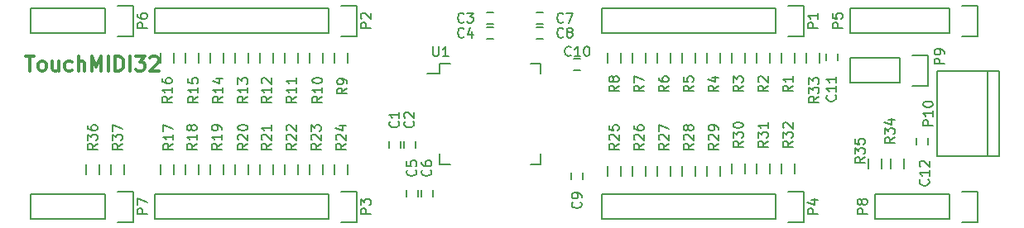
<source format=gbr>
G04 #@! TF.FileFunction,Legend,Top*
%FSLAX46Y46*%
G04 Gerber Fmt 4.6, Leading zero omitted, Abs format (unit mm)*
G04 Created by KiCad (PCBNEW 4.0.1-stable) date 2017年02月15日水曜日 20:21:17*
%MOMM*%
G01*
G04 APERTURE LIST*
%ADD10C,0.100000*%
%ADD11C,0.300000*%
%ADD12C,0.150000*%
G04 APERTURE END LIST*
D10*
D11*
X97282857Y-88078571D02*
X98140000Y-88078571D01*
X97711429Y-89578571D02*
X97711429Y-88078571D01*
X98854286Y-89578571D02*
X98711428Y-89507143D01*
X98640000Y-89435714D01*
X98568571Y-89292857D01*
X98568571Y-88864286D01*
X98640000Y-88721429D01*
X98711428Y-88650000D01*
X98854286Y-88578571D01*
X99068571Y-88578571D01*
X99211428Y-88650000D01*
X99282857Y-88721429D01*
X99354286Y-88864286D01*
X99354286Y-89292857D01*
X99282857Y-89435714D01*
X99211428Y-89507143D01*
X99068571Y-89578571D01*
X98854286Y-89578571D01*
X100640000Y-88578571D02*
X100640000Y-89578571D01*
X99997143Y-88578571D02*
X99997143Y-89364286D01*
X100068571Y-89507143D01*
X100211429Y-89578571D01*
X100425714Y-89578571D01*
X100568571Y-89507143D01*
X100640000Y-89435714D01*
X101997143Y-89507143D02*
X101854286Y-89578571D01*
X101568572Y-89578571D01*
X101425714Y-89507143D01*
X101354286Y-89435714D01*
X101282857Y-89292857D01*
X101282857Y-88864286D01*
X101354286Y-88721429D01*
X101425714Y-88650000D01*
X101568572Y-88578571D01*
X101854286Y-88578571D01*
X101997143Y-88650000D01*
X102640000Y-89578571D02*
X102640000Y-88078571D01*
X103282857Y-89578571D02*
X103282857Y-88792857D01*
X103211428Y-88650000D01*
X103068571Y-88578571D01*
X102854286Y-88578571D01*
X102711428Y-88650000D01*
X102640000Y-88721429D01*
X103997143Y-89578571D02*
X103997143Y-88078571D01*
X104497143Y-89150000D01*
X104997143Y-88078571D01*
X104997143Y-89578571D01*
X105711429Y-89578571D02*
X105711429Y-88078571D01*
X106425715Y-89578571D02*
X106425715Y-88078571D01*
X106782858Y-88078571D01*
X106997143Y-88150000D01*
X107140001Y-88292857D01*
X107211429Y-88435714D01*
X107282858Y-88721429D01*
X107282858Y-88935714D01*
X107211429Y-89221429D01*
X107140001Y-89364286D01*
X106997143Y-89507143D01*
X106782858Y-89578571D01*
X106425715Y-89578571D01*
X107925715Y-89578571D02*
X107925715Y-88078571D01*
X108497144Y-88078571D02*
X109425715Y-88078571D01*
X108925715Y-88650000D01*
X109140001Y-88650000D01*
X109282858Y-88721429D01*
X109354287Y-88792857D01*
X109425715Y-88935714D01*
X109425715Y-89292857D01*
X109354287Y-89435714D01*
X109282858Y-89507143D01*
X109140001Y-89578571D01*
X108711429Y-89578571D01*
X108568572Y-89507143D01*
X108497144Y-89435714D01*
X109997143Y-88221429D02*
X110068572Y-88150000D01*
X110211429Y-88078571D01*
X110568572Y-88078571D01*
X110711429Y-88150000D01*
X110782858Y-88221429D01*
X110854286Y-88364286D01*
X110854286Y-88507143D01*
X110782858Y-88721429D01*
X109925715Y-89578571D01*
X110854286Y-89578571D01*
D12*
X134401000Y-97505000D02*
X134401000Y-96805000D01*
X135601000Y-96805000D02*
X135601000Y-97505000D01*
X135925000Y-97505000D02*
X135925000Y-96805000D01*
X137125000Y-96805000D02*
X137125000Y-97505000D01*
X145130000Y-84801000D02*
X144430000Y-84801000D01*
X144430000Y-83601000D02*
X145130000Y-83601000D01*
X145130000Y-86325000D02*
X144430000Y-86325000D01*
X144430000Y-85125000D02*
X145130000Y-85125000D01*
X136179000Y-102458000D02*
X136179000Y-101758000D01*
X137379000Y-101758000D02*
X137379000Y-102458000D01*
X137703000Y-102458000D02*
X137703000Y-101758000D01*
X138903000Y-101758000D02*
X138903000Y-102458000D01*
X149510000Y-83601000D02*
X150210000Y-83601000D01*
X150210000Y-84801000D02*
X149510000Y-84801000D01*
X149510000Y-85125000D02*
X150210000Y-85125000D01*
X150210000Y-86325000D02*
X149510000Y-86325000D01*
X154270000Y-99980000D02*
X154270000Y-100680000D01*
X153070000Y-100680000D02*
X153070000Y-99980000D01*
X153320000Y-88300000D02*
X154020000Y-88300000D01*
X154020000Y-89500000D02*
X153320000Y-89500000D01*
X180305000Y-87788000D02*
X180305000Y-88488000D01*
X179105000Y-88488000D02*
X179105000Y-87788000D01*
X189576000Y-96424000D02*
X189576000Y-97124000D01*
X188376000Y-97124000D02*
X188376000Y-96424000D01*
X173990000Y-85725000D02*
X156210000Y-85725000D01*
X156210000Y-85725000D02*
X156210000Y-83185000D01*
X156210000Y-83185000D02*
X173990000Y-83185000D01*
X176810000Y-86005000D02*
X175260000Y-86005000D01*
X173990000Y-85725000D02*
X173990000Y-83185000D01*
X175260000Y-82905000D02*
X176810000Y-82905000D01*
X176810000Y-82905000D02*
X176810000Y-86005000D01*
X128270000Y-85725000D02*
X110490000Y-85725000D01*
X110490000Y-85725000D02*
X110490000Y-83185000D01*
X110490000Y-83185000D02*
X128270000Y-83185000D01*
X131090000Y-86005000D02*
X129540000Y-86005000D01*
X128270000Y-85725000D02*
X128270000Y-83185000D01*
X129540000Y-82905000D02*
X131090000Y-82905000D01*
X131090000Y-82905000D02*
X131090000Y-86005000D01*
X128270000Y-104775000D02*
X110490000Y-104775000D01*
X110490000Y-104775000D02*
X110490000Y-102235000D01*
X110490000Y-102235000D02*
X128270000Y-102235000D01*
X131090000Y-105055000D02*
X129540000Y-105055000D01*
X128270000Y-104775000D02*
X128270000Y-102235000D01*
X129540000Y-101955000D02*
X131090000Y-101955000D01*
X131090000Y-101955000D02*
X131090000Y-105055000D01*
X173990000Y-104775000D02*
X156210000Y-104775000D01*
X156210000Y-104775000D02*
X156210000Y-102235000D01*
X156210000Y-102235000D02*
X173990000Y-102235000D01*
X176810000Y-105055000D02*
X175260000Y-105055000D01*
X173990000Y-104775000D02*
X173990000Y-102235000D01*
X175260000Y-101955000D02*
X176810000Y-101955000D01*
X176810000Y-101955000D02*
X176810000Y-105055000D01*
X193040000Y-82905000D02*
X194590000Y-82905000D01*
X194590000Y-82905000D02*
X194590000Y-86005000D01*
X194590000Y-86005000D02*
X193040000Y-86005000D01*
X191770000Y-85725000D02*
X181610000Y-85725000D01*
X181610000Y-85725000D02*
X181610000Y-83185000D01*
X181610000Y-83185000D02*
X191770000Y-83185000D01*
X191770000Y-85725000D02*
X191770000Y-83185000D01*
X105410000Y-83185000D02*
X97790000Y-83185000D01*
X105410000Y-85725000D02*
X97790000Y-85725000D01*
X108230000Y-86005000D02*
X106680000Y-86005000D01*
X97790000Y-83185000D02*
X97790000Y-85725000D01*
X105410000Y-85725000D02*
X105410000Y-83185000D01*
X106680000Y-82905000D02*
X108230000Y-82905000D01*
X108230000Y-82905000D02*
X108230000Y-86005000D01*
X105410000Y-102235000D02*
X97790000Y-102235000D01*
X105410000Y-104775000D02*
X97790000Y-104775000D01*
X108230000Y-105055000D02*
X106680000Y-105055000D01*
X97790000Y-102235000D02*
X97790000Y-104775000D01*
X105410000Y-104775000D02*
X105410000Y-102235000D01*
X106680000Y-101955000D02*
X108230000Y-101955000D01*
X108230000Y-101955000D02*
X108230000Y-105055000D01*
X191770000Y-102235000D02*
X184150000Y-102235000D01*
X191770000Y-104775000D02*
X184150000Y-104775000D01*
X194590000Y-105055000D02*
X193040000Y-105055000D01*
X184150000Y-102235000D02*
X184150000Y-104775000D01*
X191770000Y-104775000D02*
X191770000Y-102235000D01*
X193040000Y-101955000D02*
X194590000Y-101955000D01*
X194590000Y-101955000D02*
X194590000Y-105055000D01*
X186690000Y-88265000D02*
X181610000Y-88265000D01*
X181610000Y-88265000D02*
X181610000Y-90805000D01*
X181610000Y-90805000D02*
X186690000Y-90805000D01*
X189510000Y-91085000D02*
X187960000Y-91085000D01*
X186690000Y-90805000D02*
X186690000Y-88265000D01*
X187960000Y-87985000D02*
X189510000Y-87985000D01*
X189510000Y-87985000D02*
X189510000Y-91085000D01*
X196857460Y-98330900D02*
X196857460Y-89630900D01*
X190452460Y-98330900D02*
X190452460Y-89630900D01*
X190452460Y-89630900D02*
X196857460Y-89630900D01*
X195627460Y-89630900D02*
X195627460Y-98330900D01*
X196857460Y-98330900D02*
X190452460Y-98330900D01*
X174585000Y-88765000D02*
X174585000Y-87765000D01*
X175935000Y-87765000D02*
X175935000Y-88765000D01*
X172045000Y-88765000D02*
X172045000Y-87765000D01*
X173395000Y-87765000D02*
X173395000Y-88765000D01*
X169505000Y-88765000D02*
X169505000Y-87765000D01*
X170855000Y-87765000D02*
X170855000Y-88765000D01*
X166965000Y-88765000D02*
X166965000Y-87765000D01*
X168315000Y-87765000D02*
X168315000Y-88765000D01*
X164425000Y-88765000D02*
X164425000Y-87765000D01*
X165775000Y-87765000D02*
X165775000Y-88765000D01*
X161885000Y-88765000D02*
X161885000Y-87765000D01*
X163235000Y-87765000D02*
X163235000Y-88765000D01*
X159345000Y-88765000D02*
X159345000Y-87765000D01*
X160695000Y-87765000D02*
X160695000Y-88765000D01*
X156805000Y-88765000D02*
X156805000Y-87765000D01*
X158155000Y-87765000D02*
X158155000Y-88765000D01*
X130215000Y-87765000D02*
X130215000Y-88765000D01*
X128865000Y-88765000D02*
X128865000Y-87765000D01*
X127675000Y-87765000D02*
X127675000Y-88765000D01*
X126325000Y-88765000D02*
X126325000Y-87765000D01*
X125135000Y-87765000D02*
X125135000Y-88765000D01*
X123785000Y-88765000D02*
X123785000Y-87765000D01*
X122595000Y-87765000D02*
X122595000Y-88765000D01*
X121245000Y-88765000D02*
X121245000Y-87765000D01*
X120055000Y-87765000D02*
X120055000Y-88765000D01*
X118705000Y-88765000D02*
X118705000Y-87765000D01*
X117515000Y-87765000D02*
X117515000Y-88765000D01*
X116165000Y-88765000D02*
X116165000Y-87765000D01*
X114975000Y-87765000D02*
X114975000Y-88765000D01*
X113625000Y-88765000D02*
X113625000Y-87765000D01*
X112435000Y-87765000D02*
X112435000Y-88765000D01*
X111085000Y-88765000D02*
X111085000Y-87765000D01*
X111085000Y-100195000D02*
X111085000Y-99195000D01*
X112435000Y-99195000D02*
X112435000Y-100195000D01*
X113625000Y-100195000D02*
X113625000Y-99195000D01*
X114975000Y-99195000D02*
X114975000Y-100195000D01*
X116165000Y-100195000D02*
X116165000Y-99195000D01*
X117515000Y-99195000D02*
X117515000Y-100195000D01*
X118705000Y-100195000D02*
X118705000Y-99195000D01*
X120055000Y-99195000D02*
X120055000Y-100195000D01*
X121245000Y-100195000D02*
X121245000Y-99195000D01*
X122595000Y-99195000D02*
X122595000Y-100195000D01*
X123785000Y-100195000D02*
X123785000Y-99195000D01*
X125135000Y-99195000D02*
X125135000Y-100195000D01*
X126325000Y-100195000D02*
X126325000Y-99195000D01*
X127675000Y-99195000D02*
X127675000Y-100195000D01*
X128865000Y-100195000D02*
X128865000Y-99195000D01*
X130215000Y-99195000D02*
X130215000Y-100195000D01*
X156805000Y-100322000D02*
X156805000Y-99322000D01*
X158155000Y-99322000D02*
X158155000Y-100322000D01*
X159345000Y-100322000D02*
X159345000Y-99322000D01*
X160695000Y-99322000D02*
X160695000Y-100322000D01*
X161885000Y-100322000D02*
X161885000Y-99322000D01*
X163235000Y-99322000D02*
X163235000Y-100322000D01*
X164425000Y-100322000D02*
X164425000Y-99322000D01*
X165775000Y-99322000D02*
X165775000Y-100322000D01*
X166965000Y-100322000D02*
X166965000Y-99322000D01*
X168315000Y-99322000D02*
X168315000Y-100322000D01*
X169505000Y-100068000D02*
X169505000Y-99068000D01*
X170855000Y-99068000D02*
X170855000Y-100068000D01*
X172045000Y-100068000D02*
X172045000Y-99068000D01*
X173395000Y-99068000D02*
X173395000Y-100068000D01*
X174585000Y-100068000D02*
X174585000Y-99068000D01*
X175935000Y-99068000D02*
X175935000Y-100068000D01*
X178475000Y-87765000D02*
X178475000Y-88765000D01*
X177125000Y-88765000D02*
X177125000Y-87765000D01*
X185761000Y-99560000D02*
X185761000Y-98560000D01*
X187111000Y-98560000D02*
X187111000Y-99560000D01*
X183475000Y-99560000D02*
X183475000Y-98560000D01*
X184825000Y-98560000D02*
X184825000Y-99560000D01*
X139605000Y-88805000D02*
X139605000Y-89855000D01*
X149955000Y-88805000D02*
X149955000Y-89855000D01*
X149955000Y-99155000D02*
X149955000Y-98105000D01*
X139605000Y-99155000D02*
X139605000Y-98105000D01*
X139605000Y-88805000D02*
X140655000Y-88805000D01*
X139605000Y-99155000D02*
X140655000Y-99155000D01*
X149955000Y-99155000D02*
X148905000Y-99155000D01*
X149955000Y-88805000D02*
X148905000Y-88805000D01*
X139605000Y-89855000D02*
X138330000Y-89855000D01*
X103465000Y-100195000D02*
X103465000Y-99195000D01*
X104815000Y-99195000D02*
X104815000Y-100195000D01*
X106005000Y-100195000D02*
X106005000Y-99195000D01*
X107355000Y-99195000D02*
X107355000Y-100195000D01*
X135358143Y-94781666D02*
X135405762Y-94829285D01*
X135453381Y-94972142D01*
X135453381Y-95067380D01*
X135405762Y-95210238D01*
X135310524Y-95305476D01*
X135215286Y-95353095D01*
X135024810Y-95400714D01*
X134881952Y-95400714D01*
X134691476Y-95353095D01*
X134596238Y-95305476D01*
X134501000Y-95210238D01*
X134453381Y-95067380D01*
X134453381Y-94972142D01*
X134501000Y-94829285D01*
X134548619Y-94781666D01*
X135453381Y-93829285D02*
X135453381Y-94400714D01*
X135453381Y-94115000D02*
X134453381Y-94115000D01*
X134596238Y-94210238D01*
X134691476Y-94305476D01*
X134739095Y-94400714D01*
X136882143Y-94781666D02*
X136929762Y-94829285D01*
X136977381Y-94972142D01*
X136977381Y-95067380D01*
X136929762Y-95210238D01*
X136834524Y-95305476D01*
X136739286Y-95353095D01*
X136548810Y-95400714D01*
X136405952Y-95400714D01*
X136215476Y-95353095D01*
X136120238Y-95305476D01*
X136025000Y-95210238D01*
X135977381Y-95067380D01*
X135977381Y-94972142D01*
X136025000Y-94829285D01*
X136072619Y-94781666D01*
X136072619Y-94400714D02*
X136025000Y-94353095D01*
X135977381Y-94257857D01*
X135977381Y-94019761D01*
X136025000Y-93924523D01*
X136072619Y-93876904D01*
X136167857Y-93829285D01*
X136263095Y-93829285D01*
X136405952Y-93876904D01*
X136977381Y-94448333D01*
X136977381Y-93829285D01*
X142073334Y-84558143D02*
X142025715Y-84605762D01*
X141882858Y-84653381D01*
X141787620Y-84653381D01*
X141644762Y-84605762D01*
X141549524Y-84510524D01*
X141501905Y-84415286D01*
X141454286Y-84224810D01*
X141454286Y-84081952D01*
X141501905Y-83891476D01*
X141549524Y-83796238D01*
X141644762Y-83701000D01*
X141787620Y-83653381D01*
X141882858Y-83653381D01*
X142025715Y-83701000D01*
X142073334Y-83748619D01*
X142406667Y-83653381D02*
X143025715Y-83653381D01*
X142692381Y-84034333D01*
X142835239Y-84034333D01*
X142930477Y-84081952D01*
X142978096Y-84129571D01*
X143025715Y-84224810D01*
X143025715Y-84462905D01*
X142978096Y-84558143D01*
X142930477Y-84605762D01*
X142835239Y-84653381D01*
X142549524Y-84653381D01*
X142454286Y-84605762D01*
X142406667Y-84558143D01*
X142073334Y-86082143D02*
X142025715Y-86129762D01*
X141882858Y-86177381D01*
X141787620Y-86177381D01*
X141644762Y-86129762D01*
X141549524Y-86034524D01*
X141501905Y-85939286D01*
X141454286Y-85748810D01*
X141454286Y-85605952D01*
X141501905Y-85415476D01*
X141549524Y-85320238D01*
X141644762Y-85225000D01*
X141787620Y-85177381D01*
X141882858Y-85177381D01*
X142025715Y-85225000D01*
X142073334Y-85272619D01*
X142930477Y-85510714D02*
X142930477Y-86177381D01*
X142692381Y-85129762D02*
X142454286Y-85844048D01*
X143073334Y-85844048D01*
X137136143Y-99734666D02*
X137183762Y-99782285D01*
X137231381Y-99925142D01*
X137231381Y-100020380D01*
X137183762Y-100163238D01*
X137088524Y-100258476D01*
X136993286Y-100306095D01*
X136802810Y-100353714D01*
X136659952Y-100353714D01*
X136469476Y-100306095D01*
X136374238Y-100258476D01*
X136279000Y-100163238D01*
X136231381Y-100020380D01*
X136231381Y-99925142D01*
X136279000Y-99782285D01*
X136326619Y-99734666D01*
X136231381Y-98829904D02*
X136231381Y-99306095D01*
X136707571Y-99353714D01*
X136659952Y-99306095D01*
X136612333Y-99210857D01*
X136612333Y-98972761D01*
X136659952Y-98877523D01*
X136707571Y-98829904D01*
X136802810Y-98782285D01*
X137040905Y-98782285D01*
X137136143Y-98829904D01*
X137183762Y-98877523D01*
X137231381Y-98972761D01*
X137231381Y-99210857D01*
X137183762Y-99306095D01*
X137136143Y-99353714D01*
X138660143Y-99734666D02*
X138707762Y-99782285D01*
X138755381Y-99925142D01*
X138755381Y-100020380D01*
X138707762Y-100163238D01*
X138612524Y-100258476D01*
X138517286Y-100306095D01*
X138326810Y-100353714D01*
X138183952Y-100353714D01*
X137993476Y-100306095D01*
X137898238Y-100258476D01*
X137803000Y-100163238D01*
X137755381Y-100020380D01*
X137755381Y-99925142D01*
X137803000Y-99782285D01*
X137850619Y-99734666D01*
X137755381Y-98877523D02*
X137755381Y-99068000D01*
X137803000Y-99163238D01*
X137850619Y-99210857D01*
X137993476Y-99306095D01*
X138183952Y-99353714D01*
X138564905Y-99353714D01*
X138660143Y-99306095D01*
X138707762Y-99258476D01*
X138755381Y-99163238D01*
X138755381Y-98972761D01*
X138707762Y-98877523D01*
X138660143Y-98829904D01*
X138564905Y-98782285D01*
X138326810Y-98782285D01*
X138231571Y-98829904D01*
X138183952Y-98877523D01*
X138136333Y-98972761D01*
X138136333Y-99163238D01*
X138183952Y-99258476D01*
X138231571Y-99306095D01*
X138326810Y-99353714D01*
X152233334Y-84558143D02*
X152185715Y-84605762D01*
X152042858Y-84653381D01*
X151947620Y-84653381D01*
X151804762Y-84605762D01*
X151709524Y-84510524D01*
X151661905Y-84415286D01*
X151614286Y-84224810D01*
X151614286Y-84081952D01*
X151661905Y-83891476D01*
X151709524Y-83796238D01*
X151804762Y-83701000D01*
X151947620Y-83653381D01*
X152042858Y-83653381D01*
X152185715Y-83701000D01*
X152233334Y-83748619D01*
X152566667Y-83653381D02*
X153233334Y-83653381D01*
X152804762Y-84653381D01*
X152233334Y-86082143D02*
X152185715Y-86129762D01*
X152042858Y-86177381D01*
X151947620Y-86177381D01*
X151804762Y-86129762D01*
X151709524Y-86034524D01*
X151661905Y-85939286D01*
X151614286Y-85748810D01*
X151614286Y-85605952D01*
X151661905Y-85415476D01*
X151709524Y-85320238D01*
X151804762Y-85225000D01*
X151947620Y-85177381D01*
X152042858Y-85177381D01*
X152185715Y-85225000D01*
X152233334Y-85272619D01*
X152804762Y-85605952D02*
X152709524Y-85558333D01*
X152661905Y-85510714D01*
X152614286Y-85415476D01*
X152614286Y-85367857D01*
X152661905Y-85272619D01*
X152709524Y-85225000D01*
X152804762Y-85177381D01*
X152995239Y-85177381D01*
X153090477Y-85225000D01*
X153138096Y-85272619D01*
X153185715Y-85367857D01*
X153185715Y-85415476D01*
X153138096Y-85510714D01*
X153090477Y-85558333D01*
X152995239Y-85605952D01*
X152804762Y-85605952D01*
X152709524Y-85653571D01*
X152661905Y-85701190D01*
X152614286Y-85796429D01*
X152614286Y-85986905D01*
X152661905Y-86082143D01*
X152709524Y-86129762D01*
X152804762Y-86177381D01*
X152995239Y-86177381D01*
X153090477Y-86129762D01*
X153138096Y-86082143D01*
X153185715Y-85986905D01*
X153185715Y-85796429D01*
X153138096Y-85701190D01*
X153090477Y-85653571D01*
X152995239Y-85605952D01*
X154027143Y-103036666D02*
X154074762Y-103084285D01*
X154122381Y-103227142D01*
X154122381Y-103322380D01*
X154074762Y-103465238D01*
X153979524Y-103560476D01*
X153884286Y-103608095D01*
X153693810Y-103655714D01*
X153550952Y-103655714D01*
X153360476Y-103608095D01*
X153265238Y-103560476D01*
X153170000Y-103465238D01*
X153122381Y-103322380D01*
X153122381Y-103227142D01*
X153170000Y-103084285D01*
X153217619Y-103036666D01*
X154122381Y-102560476D02*
X154122381Y-102370000D01*
X154074762Y-102274761D01*
X154027143Y-102227142D01*
X153884286Y-102131904D01*
X153693810Y-102084285D01*
X153312857Y-102084285D01*
X153217619Y-102131904D01*
X153170000Y-102179523D01*
X153122381Y-102274761D01*
X153122381Y-102465238D01*
X153170000Y-102560476D01*
X153217619Y-102608095D01*
X153312857Y-102655714D01*
X153550952Y-102655714D01*
X153646190Y-102608095D01*
X153693810Y-102560476D01*
X153741429Y-102465238D01*
X153741429Y-102274761D01*
X153693810Y-102179523D01*
X153646190Y-102131904D01*
X153550952Y-102084285D01*
X153027143Y-87987143D02*
X152979524Y-88034762D01*
X152836667Y-88082381D01*
X152741429Y-88082381D01*
X152598571Y-88034762D01*
X152503333Y-87939524D01*
X152455714Y-87844286D01*
X152408095Y-87653810D01*
X152408095Y-87510952D01*
X152455714Y-87320476D01*
X152503333Y-87225238D01*
X152598571Y-87130000D01*
X152741429Y-87082381D01*
X152836667Y-87082381D01*
X152979524Y-87130000D01*
X153027143Y-87177619D01*
X153979524Y-88082381D02*
X153408095Y-88082381D01*
X153693809Y-88082381D02*
X153693809Y-87082381D01*
X153598571Y-87225238D01*
X153503333Y-87320476D01*
X153408095Y-87368095D01*
X154598571Y-87082381D02*
X154693810Y-87082381D01*
X154789048Y-87130000D01*
X154836667Y-87177619D01*
X154884286Y-87272857D01*
X154931905Y-87463333D01*
X154931905Y-87701429D01*
X154884286Y-87891905D01*
X154836667Y-87987143D01*
X154789048Y-88034762D01*
X154693810Y-88082381D01*
X154598571Y-88082381D01*
X154503333Y-88034762D01*
X154455714Y-87987143D01*
X154408095Y-87891905D01*
X154360476Y-87701429D01*
X154360476Y-87463333D01*
X154408095Y-87272857D01*
X154455714Y-87177619D01*
X154503333Y-87130000D01*
X154598571Y-87082381D01*
X180062143Y-92082857D02*
X180109762Y-92130476D01*
X180157381Y-92273333D01*
X180157381Y-92368571D01*
X180109762Y-92511429D01*
X180014524Y-92606667D01*
X179919286Y-92654286D01*
X179728810Y-92701905D01*
X179585952Y-92701905D01*
X179395476Y-92654286D01*
X179300238Y-92606667D01*
X179205000Y-92511429D01*
X179157381Y-92368571D01*
X179157381Y-92273333D01*
X179205000Y-92130476D01*
X179252619Y-92082857D01*
X180157381Y-91130476D02*
X180157381Y-91701905D01*
X180157381Y-91416191D02*
X179157381Y-91416191D01*
X179300238Y-91511429D01*
X179395476Y-91606667D01*
X179443095Y-91701905D01*
X180157381Y-90178095D02*
X180157381Y-90749524D01*
X180157381Y-90463810D02*
X179157381Y-90463810D01*
X179300238Y-90559048D01*
X179395476Y-90654286D01*
X179443095Y-90749524D01*
X189587143Y-100718857D02*
X189634762Y-100766476D01*
X189682381Y-100909333D01*
X189682381Y-101004571D01*
X189634762Y-101147429D01*
X189539524Y-101242667D01*
X189444286Y-101290286D01*
X189253810Y-101337905D01*
X189110952Y-101337905D01*
X188920476Y-101290286D01*
X188825238Y-101242667D01*
X188730000Y-101147429D01*
X188682381Y-101004571D01*
X188682381Y-100909333D01*
X188730000Y-100766476D01*
X188777619Y-100718857D01*
X189682381Y-99766476D02*
X189682381Y-100337905D01*
X189682381Y-100052191D02*
X188682381Y-100052191D01*
X188825238Y-100147429D01*
X188920476Y-100242667D01*
X188968095Y-100337905D01*
X188777619Y-99385524D02*
X188730000Y-99337905D01*
X188682381Y-99242667D01*
X188682381Y-99004571D01*
X188730000Y-98909333D01*
X188777619Y-98861714D01*
X188872857Y-98814095D01*
X188968095Y-98814095D01*
X189110952Y-98861714D01*
X189682381Y-99433143D01*
X189682381Y-98814095D01*
X178252381Y-85193095D02*
X177252381Y-85193095D01*
X177252381Y-84812142D01*
X177300000Y-84716904D01*
X177347619Y-84669285D01*
X177442857Y-84621666D01*
X177585714Y-84621666D01*
X177680952Y-84669285D01*
X177728571Y-84716904D01*
X177776190Y-84812142D01*
X177776190Y-85193095D01*
X178252381Y-83669285D02*
X178252381Y-84240714D01*
X178252381Y-83955000D02*
X177252381Y-83955000D01*
X177395238Y-84050238D01*
X177490476Y-84145476D01*
X177538095Y-84240714D01*
X132532381Y-85193095D02*
X131532381Y-85193095D01*
X131532381Y-84812142D01*
X131580000Y-84716904D01*
X131627619Y-84669285D01*
X131722857Y-84621666D01*
X131865714Y-84621666D01*
X131960952Y-84669285D01*
X132008571Y-84716904D01*
X132056190Y-84812142D01*
X132056190Y-85193095D01*
X131627619Y-84240714D02*
X131580000Y-84193095D01*
X131532381Y-84097857D01*
X131532381Y-83859761D01*
X131580000Y-83764523D01*
X131627619Y-83716904D01*
X131722857Y-83669285D01*
X131818095Y-83669285D01*
X131960952Y-83716904D01*
X132532381Y-84288333D01*
X132532381Y-83669285D01*
X132532381Y-104243095D02*
X131532381Y-104243095D01*
X131532381Y-103862142D01*
X131580000Y-103766904D01*
X131627619Y-103719285D01*
X131722857Y-103671666D01*
X131865714Y-103671666D01*
X131960952Y-103719285D01*
X132008571Y-103766904D01*
X132056190Y-103862142D01*
X132056190Y-104243095D01*
X131532381Y-103338333D02*
X131532381Y-102719285D01*
X131913333Y-103052619D01*
X131913333Y-102909761D01*
X131960952Y-102814523D01*
X132008571Y-102766904D01*
X132103810Y-102719285D01*
X132341905Y-102719285D01*
X132437143Y-102766904D01*
X132484762Y-102814523D01*
X132532381Y-102909761D01*
X132532381Y-103195476D01*
X132484762Y-103290714D01*
X132437143Y-103338333D01*
X178252381Y-104243095D02*
X177252381Y-104243095D01*
X177252381Y-103862142D01*
X177300000Y-103766904D01*
X177347619Y-103719285D01*
X177442857Y-103671666D01*
X177585714Y-103671666D01*
X177680952Y-103719285D01*
X177728571Y-103766904D01*
X177776190Y-103862142D01*
X177776190Y-104243095D01*
X177585714Y-102814523D02*
X178252381Y-102814523D01*
X177204762Y-103052619D02*
X177919048Y-103290714D01*
X177919048Y-102671666D01*
X180792381Y-85193095D02*
X179792381Y-85193095D01*
X179792381Y-84812142D01*
X179840000Y-84716904D01*
X179887619Y-84669285D01*
X179982857Y-84621666D01*
X180125714Y-84621666D01*
X180220952Y-84669285D01*
X180268571Y-84716904D01*
X180316190Y-84812142D01*
X180316190Y-85193095D01*
X179792381Y-83716904D02*
X179792381Y-84193095D01*
X180268571Y-84240714D01*
X180220952Y-84193095D01*
X180173333Y-84097857D01*
X180173333Y-83859761D01*
X180220952Y-83764523D01*
X180268571Y-83716904D01*
X180363810Y-83669285D01*
X180601905Y-83669285D01*
X180697143Y-83716904D01*
X180744762Y-83764523D01*
X180792381Y-83859761D01*
X180792381Y-84097857D01*
X180744762Y-84193095D01*
X180697143Y-84240714D01*
X109672381Y-85193095D02*
X108672381Y-85193095D01*
X108672381Y-84812142D01*
X108720000Y-84716904D01*
X108767619Y-84669285D01*
X108862857Y-84621666D01*
X109005714Y-84621666D01*
X109100952Y-84669285D01*
X109148571Y-84716904D01*
X109196190Y-84812142D01*
X109196190Y-85193095D01*
X108672381Y-83764523D02*
X108672381Y-83955000D01*
X108720000Y-84050238D01*
X108767619Y-84097857D01*
X108910476Y-84193095D01*
X109100952Y-84240714D01*
X109481905Y-84240714D01*
X109577143Y-84193095D01*
X109624762Y-84145476D01*
X109672381Y-84050238D01*
X109672381Y-83859761D01*
X109624762Y-83764523D01*
X109577143Y-83716904D01*
X109481905Y-83669285D01*
X109243810Y-83669285D01*
X109148571Y-83716904D01*
X109100952Y-83764523D01*
X109053333Y-83859761D01*
X109053333Y-84050238D01*
X109100952Y-84145476D01*
X109148571Y-84193095D01*
X109243810Y-84240714D01*
X109672381Y-104243095D02*
X108672381Y-104243095D01*
X108672381Y-103862142D01*
X108720000Y-103766904D01*
X108767619Y-103719285D01*
X108862857Y-103671666D01*
X109005714Y-103671666D01*
X109100952Y-103719285D01*
X109148571Y-103766904D01*
X109196190Y-103862142D01*
X109196190Y-104243095D01*
X108672381Y-103338333D02*
X108672381Y-102671666D01*
X109672381Y-103100238D01*
X183332381Y-104243095D02*
X182332381Y-104243095D01*
X182332381Y-103862142D01*
X182380000Y-103766904D01*
X182427619Y-103719285D01*
X182522857Y-103671666D01*
X182665714Y-103671666D01*
X182760952Y-103719285D01*
X182808571Y-103766904D01*
X182856190Y-103862142D01*
X182856190Y-104243095D01*
X182760952Y-103100238D02*
X182713333Y-103195476D01*
X182665714Y-103243095D01*
X182570476Y-103290714D01*
X182522857Y-103290714D01*
X182427619Y-103243095D01*
X182380000Y-103195476D01*
X182332381Y-103100238D01*
X182332381Y-102909761D01*
X182380000Y-102814523D01*
X182427619Y-102766904D01*
X182522857Y-102719285D01*
X182570476Y-102719285D01*
X182665714Y-102766904D01*
X182713333Y-102814523D01*
X182760952Y-102909761D01*
X182760952Y-103100238D01*
X182808571Y-103195476D01*
X182856190Y-103243095D01*
X182951429Y-103290714D01*
X183141905Y-103290714D01*
X183237143Y-103243095D01*
X183284762Y-103195476D01*
X183332381Y-103100238D01*
X183332381Y-102909761D01*
X183284762Y-102814523D01*
X183237143Y-102766904D01*
X183141905Y-102719285D01*
X182951429Y-102719285D01*
X182856190Y-102766904D01*
X182808571Y-102814523D01*
X182760952Y-102909761D01*
X191206381Y-88876095D02*
X190206381Y-88876095D01*
X190206381Y-88495142D01*
X190254000Y-88399904D01*
X190301619Y-88352285D01*
X190396857Y-88304666D01*
X190539714Y-88304666D01*
X190634952Y-88352285D01*
X190682571Y-88399904D01*
X190730190Y-88495142D01*
X190730190Y-88876095D01*
X191206381Y-87828476D02*
X191206381Y-87638000D01*
X191158762Y-87542761D01*
X191111143Y-87495142D01*
X190968286Y-87399904D01*
X190777810Y-87352285D01*
X190396857Y-87352285D01*
X190301619Y-87399904D01*
X190254000Y-87447523D01*
X190206381Y-87542761D01*
X190206381Y-87733238D01*
X190254000Y-87828476D01*
X190301619Y-87876095D01*
X190396857Y-87923714D01*
X190634952Y-87923714D01*
X190730190Y-87876095D01*
X190777810Y-87828476D01*
X190825429Y-87733238D01*
X190825429Y-87542761D01*
X190777810Y-87447523D01*
X190730190Y-87399904D01*
X190634952Y-87352285D01*
X190042381Y-95194286D02*
X189042381Y-95194286D01*
X189042381Y-94813333D01*
X189090000Y-94718095D01*
X189137619Y-94670476D01*
X189232857Y-94622857D01*
X189375714Y-94622857D01*
X189470952Y-94670476D01*
X189518571Y-94718095D01*
X189566190Y-94813333D01*
X189566190Y-95194286D01*
X190042381Y-93670476D02*
X190042381Y-94241905D01*
X190042381Y-93956191D02*
X189042381Y-93956191D01*
X189185238Y-94051429D01*
X189280476Y-94146667D01*
X189328095Y-94241905D01*
X189042381Y-93051429D02*
X189042381Y-92956190D01*
X189090000Y-92860952D01*
X189137619Y-92813333D01*
X189232857Y-92765714D01*
X189423333Y-92718095D01*
X189661429Y-92718095D01*
X189851905Y-92765714D01*
X189947143Y-92813333D01*
X189994762Y-92860952D01*
X190042381Y-92956190D01*
X190042381Y-93051429D01*
X189994762Y-93146667D01*
X189947143Y-93194286D01*
X189851905Y-93241905D01*
X189661429Y-93289524D01*
X189423333Y-93289524D01*
X189232857Y-93241905D01*
X189137619Y-93194286D01*
X189090000Y-93146667D01*
X189042381Y-93051429D01*
X175712381Y-91098666D02*
X175236190Y-91432000D01*
X175712381Y-91670095D02*
X174712381Y-91670095D01*
X174712381Y-91289142D01*
X174760000Y-91193904D01*
X174807619Y-91146285D01*
X174902857Y-91098666D01*
X175045714Y-91098666D01*
X175140952Y-91146285D01*
X175188571Y-91193904D01*
X175236190Y-91289142D01*
X175236190Y-91670095D01*
X175712381Y-90146285D02*
X175712381Y-90717714D01*
X175712381Y-90432000D02*
X174712381Y-90432000D01*
X174855238Y-90527238D01*
X174950476Y-90622476D01*
X174998095Y-90717714D01*
X173172381Y-91098666D02*
X172696190Y-91432000D01*
X173172381Y-91670095D02*
X172172381Y-91670095D01*
X172172381Y-91289142D01*
X172220000Y-91193904D01*
X172267619Y-91146285D01*
X172362857Y-91098666D01*
X172505714Y-91098666D01*
X172600952Y-91146285D01*
X172648571Y-91193904D01*
X172696190Y-91289142D01*
X172696190Y-91670095D01*
X172267619Y-90717714D02*
X172220000Y-90670095D01*
X172172381Y-90574857D01*
X172172381Y-90336761D01*
X172220000Y-90241523D01*
X172267619Y-90193904D01*
X172362857Y-90146285D01*
X172458095Y-90146285D01*
X172600952Y-90193904D01*
X173172381Y-90765333D01*
X173172381Y-90146285D01*
X170632381Y-91098666D02*
X170156190Y-91432000D01*
X170632381Y-91670095D02*
X169632381Y-91670095D01*
X169632381Y-91289142D01*
X169680000Y-91193904D01*
X169727619Y-91146285D01*
X169822857Y-91098666D01*
X169965714Y-91098666D01*
X170060952Y-91146285D01*
X170108571Y-91193904D01*
X170156190Y-91289142D01*
X170156190Y-91670095D01*
X169632381Y-90765333D02*
X169632381Y-90146285D01*
X170013333Y-90479619D01*
X170013333Y-90336761D01*
X170060952Y-90241523D01*
X170108571Y-90193904D01*
X170203810Y-90146285D01*
X170441905Y-90146285D01*
X170537143Y-90193904D01*
X170584762Y-90241523D01*
X170632381Y-90336761D01*
X170632381Y-90622476D01*
X170584762Y-90717714D01*
X170537143Y-90765333D01*
X168092381Y-91098666D02*
X167616190Y-91432000D01*
X168092381Y-91670095D02*
X167092381Y-91670095D01*
X167092381Y-91289142D01*
X167140000Y-91193904D01*
X167187619Y-91146285D01*
X167282857Y-91098666D01*
X167425714Y-91098666D01*
X167520952Y-91146285D01*
X167568571Y-91193904D01*
X167616190Y-91289142D01*
X167616190Y-91670095D01*
X167425714Y-90241523D02*
X168092381Y-90241523D01*
X167044762Y-90479619D02*
X167759048Y-90717714D01*
X167759048Y-90098666D01*
X165552381Y-91098666D02*
X165076190Y-91432000D01*
X165552381Y-91670095D02*
X164552381Y-91670095D01*
X164552381Y-91289142D01*
X164600000Y-91193904D01*
X164647619Y-91146285D01*
X164742857Y-91098666D01*
X164885714Y-91098666D01*
X164980952Y-91146285D01*
X165028571Y-91193904D01*
X165076190Y-91289142D01*
X165076190Y-91670095D01*
X164552381Y-90193904D02*
X164552381Y-90670095D01*
X165028571Y-90717714D01*
X164980952Y-90670095D01*
X164933333Y-90574857D01*
X164933333Y-90336761D01*
X164980952Y-90241523D01*
X165028571Y-90193904D01*
X165123810Y-90146285D01*
X165361905Y-90146285D01*
X165457143Y-90193904D01*
X165504762Y-90241523D01*
X165552381Y-90336761D01*
X165552381Y-90574857D01*
X165504762Y-90670095D01*
X165457143Y-90717714D01*
X163012381Y-91098666D02*
X162536190Y-91432000D01*
X163012381Y-91670095D02*
X162012381Y-91670095D01*
X162012381Y-91289142D01*
X162060000Y-91193904D01*
X162107619Y-91146285D01*
X162202857Y-91098666D01*
X162345714Y-91098666D01*
X162440952Y-91146285D01*
X162488571Y-91193904D01*
X162536190Y-91289142D01*
X162536190Y-91670095D01*
X162012381Y-90241523D02*
X162012381Y-90432000D01*
X162060000Y-90527238D01*
X162107619Y-90574857D01*
X162250476Y-90670095D01*
X162440952Y-90717714D01*
X162821905Y-90717714D01*
X162917143Y-90670095D01*
X162964762Y-90622476D01*
X163012381Y-90527238D01*
X163012381Y-90336761D01*
X162964762Y-90241523D01*
X162917143Y-90193904D01*
X162821905Y-90146285D01*
X162583810Y-90146285D01*
X162488571Y-90193904D01*
X162440952Y-90241523D01*
X162393333Y-90336761D01*
X162393333Y-90527238D01*
X162440952Y-90622476D01*
X162488571Y-90670095D01*
X162583810Y-90717714D01*
X160472381Y-91098666D02*
X159996190Y-91432000D01*
X160472381Y-91670095D02*
X159472381Y-91670095D01*
X159472381Y-91289142D01*
X159520000Y-91193904D01*
X159567619Y-91146285D01*
X159662857Y-91098666D01*
X159805714Y-91098666D01*
X159900952Y-91146285D01*
X159948571Y-91193904D01*
X159996190Y-91289142D01*
X159996190Y-91670095D01*
X159472381Y-90765333D02*
X159472381Y-90098666D01*
X160472381Y-90527238D01*
X157932381Y-91098666D02*
X157456190Y-91432000D01*
X157932381Y-91670095D02*
X156932381Y-91670095D01*
X156932381Y-91289142D01*
X156980000Y-91193904D01*
X157027619Y-91146285D01*
X157122857Y-91098666D01*
X157265714Y-91098666D01*
X157360952Y-91146285D01*
X157408571Y-91193904D01*
X157456190Y-91289142D01*
X157456190Y-91670095D01*
X157360952Y-90527238D02*
X157313333Y-90622476D01*
X157265714Y-90670095D01*
X157170476Y-90717714D01*
X157122857Y-90717714D01*
X157027619Y-90670095D01*
X156980000Y-90622476D01*
X156932381Y-90527238D01*
X156932381Y-90336761D01*
X156980000Y-90241523D01*
X157027619Y-90193904D01*
X157122857Y-90146285D01*
X157170476Y-90146285D01*
X157265714Y-90193904D01*
X157313333Y-90241523D01*
X157360952Y-90336761D01*
X157360952Y-90527238D01*
X157408571Y-90622476D01*
X157456190Y-90670095D01*
X157551429Y-90717714D01*
X157741905Y-90717714D01*
X157837143Y-90670095D01*
X157884762Y-90622476D01*
X157932381Y-90527238D01*
X157932381Y-90336761D01*
X157884762Y-90241523D01*
X157837143Y-90193904D01*
X157741905Y-90146285D01*
X157551429Y-90146285D01*
X157456190Y-90193904D01*
X157408571Y-90241523D01*
X157360952Y-90336761D01*
X130119381Y-91352666D02*
X129643190Y-91686000D01*
X130119381Y-91924095D02*
X129119381Y-91924095D01*
X129119381Y-91543142D01*
X129167000Y-91447904D01*
X129214619Y-91400285D01*
X129309857Y-91352666D01*
X129452714Y-91352666D01*
X129547952Y-91400285D01*
X129595571Y-91447904D01*
X129643190Y-91543142D01*
X129643190Y-91924095D01*
X130119381Y-90876476D02*
X130119381Y-90686000D01*
X130071762Y-90590761D01*
X130024143Y-90543142D01*
X129881286Y-90447904D01*
X129690810Y-90400285D01*
X129309857Y-90400285D01*
X129214619Y-90447904D01*
X129167000Y-90495523D01*
X129119381Y-90590761D01*
X129119381Y-90781238D01*
X129167000Y-90876476D01*
X129214619Y-90924095D01*
X129309857Y-90971714D01*
X129547952Y-90971714D01*
X129643190Y-90924095D01*
X129690810Y-90876476D01*
X129738429Y-90781238D01*
X129738429Y-90590761D01*
X129690810Y-90495523D01*
X129643190Y-90447904D01*
X129547952Y-90400285D01*
X127579381Y-92209857D02*
X127103190Y-92543191D01*
X127579381Y-92781286D02*
X126579381Y-92781286D01*
X126579381Y-92400333D01*
X126627000Y-92305095D01*
X126674619Y-92257476D01*
X126769857Y-92209857D01*
X126912714Y-92209857D01*
X127007952Y-92257476D01*
X127055571Y-92305095D01*
X127103190Y-92400333D01*
X127103190Y-92781286D01*
X127579381Y-91257476D02*
X127579381Y-91828905D01*
X127579381Y-91543191D02*
X126579381Y-91543191D01*
X126722238Y-91638429D01*
X126817476Y-91733667D01*
X126865095Y-91828905D01*
X126579381Y-90638429D02*
X126579381Y-90543190D01*
X126627000Y-90447952D01*
X126674619Y-90400333D01*
X126769857Y-90352714D01*
X126960333Y-90305095D01*
X127198429Y-90305095D01*
X127388905Y-90352714D01*
X127484143Y-90400333D01*
X127531762Y-90447952D01*
X127579381Y-90543190D01*
X127579381Y-90638429D01*
X127531762Y-90733667D01*
X127484143Y-90781286D01*
X127388905Y-90828905D01*
X127198429Y-90876524D01*
X126960333Y-90876524D01*
X126769857Y-90828905D01*
X126674619Y-90781286D01*
X126627000Y-90733667D01*
X126579381Y-90638429D01*
X124912381Y-92209857D02*
X124436190Y-92543191D01*
X124912381Y-92781286D02*
X123912381Y-92781286D01*
X123912381Y-92400333D01*
X123960000Y-92305095D01*
X124007619Y-92257476D01*
X124102857Y-92209857D01*
X124245714Y-92209857D01*
X124340952Y-92257476D01*
X124388571Y-92305095D01*
X124436190Y-92400333D01*
X124436190Y-92781286D01*
X124912381Y-91257476D02*
X124912381Y-91828905D01*
X124912381Y-91543191D02*
X123912381Y-91543191D01*
X124055238Y-91638429D01*
X124150476Y-91733667D01*
X124198095Y-91828905D01*
X124912381Y-90305095D02*
X124912381Y-90876524D01*
X124912381Y-90590810D02*
X123912381Y-90590810D01*
X124055238Y-90686048D01*
X124150476Y-90781286D01*
X124198095Y-90876524D01*
X122372381Y-92209857D02*
X121896190Y-92543191D01*
X122372381Y-92781286D02*
X121372381Y-92781286D01*
X121372381Y-92400333D01*
X121420000Y-92305095D01*
X121467619Y-92257476D01*
X121562857Y-92209857D01*
X121705714Y-92209857D01*
X121800952Y-92257476D01*
X121848571Y-92305095D01*
X121896190Y-92400333D01*
X121896190Y-92781286D01*
X122372381Y-91257476D02*
X122372381Y-91828905D01*
X122372381Y-91543191D02*
X121372381Y-91543191D01*
X121515238Y-91638429D01*
X121610476Y-91733667D01*
X121658095Y-91828905D01*
X121467619Y-90876524D02*
X121420000Y-90828905D01*
X121372381Y-90733667D01*
X121372381Y-90495571D01*
X121420000Y-90400333D01*
X121467619Y-90352714D01*
X121562857Y-90305095D01*
X121658095Y-90305095D01*
X121800952Y-90352714D01*
X122372381Y-90924143D01*
X122372381Y-90305095D01*
X119959381Y-92209857D02*
X119483190Y-92543191D01*
X119959381Y-92781286D02*
X118959381Y-92781286D01*
X118959381Y-92400333D01*
X119007000Y-92305095D01*
X119054619Y-92257476D01*
X119149857Y-92209857D01*
X119292714Y-92209857D01*
X119387952Y-92257476D01*
X119435571Y-92305095D01*
X119483190Y-92400333D01*
X119483190Y-92781286D01*
X119959381Y-91257476D02*
X119959381Y-91828905D01*
X119959381Y-91543191D02*
X118959381Y-91543191D01*
X119102238Y-91638429D01*
X119197476Y-91733667D01*
X119245095Y-91828905D01*
X118959381Y-90924143D02*
X118959381Y-90305095D01*
X119340333Y-90638429D01*
X119340333Y-90495571D01*
X119387952Y-90400333D01*
X119435571Y-90352714D01*
X119530810Y-90305095D01*
X119768905Y-90305095D01*
X119864143Y-90352714D01*
X119911762Y-90400333D01*
X119959381Y-90495571D01*
X119959381Y-90781286D01*
X119911762Y-90876524D01*
X119864143Y-90924143D01*
X117419381Y-92209857D02*
X116943190Y-92543191D01*
X117419381Y-92781286D02*
X116419381Y-92781286D01*
X116419381Y-92400333D01*
X116467000Y-92305095D01*
X116514619Y-92257476D01*
X116609857Y-92209857D01*
X116752714Y-92209857D01*
X116847952Y-92257476D01*
X116895571Y-92305095D01*
X116943190Y-92400333D01*
X116943190Y-92781286D01*
X117419381Y-91257476D02*
X117419381Y-91828905D01*
X117419381Y-91543191D02*
X116419381Y-91543191D01*
X116562238Y-91638429D01*
X116657476Y-91733667D01*
X116705095Y-91828905D01*
X116752714Y-90400333D02*
X117419381Y-90400333D01*
X116371762Y-90638429D02*
X117086048Y-90876524D01*
X117086048Y-90257476D01*
X114879381Y-92209857D02*
X114403190Y-92543191D01*
X114879381Y-92781286D02*
X113879381Y-92781286D01*
X113879381Y-92400333D01*
X113927000Y-92305095D01*
X113974619Y-92257476D01*
X114069857Y-92209857D01*
X114212714Y-92209857D01*
X114307952Y-92257476D01*
X114355571Y-92305095D01*
X114403190Y-92400333D01*
X114403190Y-92781286D01*
X114879381Y-91257476D02*
X114879381Y-91828905D01*
X114879381Y-91543191D02*
X113879381Y-91543191D01*
X114022238Y-91638429D01*
X114117476Y-91733667D01*
X114165095Y-91828905D01*
X113879381Y-90352714D02*
X113879381Y-90828905D01*
X114355571Y-90876524D01*
X114307952Y-90828905D01*
X114260333Y-90733667D01*
X114260333Y-90495571D01*
X114307952Y-90400333D01*
X114355571Y-90352714D01*
X114450810Y-90305095D01*
X114688905Y-90305095D01*
X114784143Y-90352714D01*
X114831762Y-90400333D01*
X114879381Y-90495571D01*
X114879381Y-90733667D01*
X114831762Y-90828905D01*
X114784143Y-90876524D01*
X112212381Y-92209857D02*
X111736190Y-92543191D01*
X112212381Y-92781286D02*
X111212381Y-92781286D01*
X111212381Y-92400333D01*
X111260000Y-92305095D01*
X111307619Y-92257476D01*
X111402857Y-92209857D01*
X111545714Y-92209857D01*
X111640952Y-92257476D01*
X111688571Y-92305095D01*
X111736190Y-92400333D01*
X111736190Y-92781286D01*
X112212381Y-91257476D02*
X112212381Y-91828905D01*
X112212381Y-91543191D02*
X111212381Y-91543191D01*
X111355238Y-91638429D01*
X111450476Y-91733667D01*
X111498095Y-91828905D01*
X111212381Y-90400333D02*
X111212381Y-90590810D01*
X111260000Y-90686048D01*
X111307619Y-90733667D01*
X111450476Y-90828905D01*
X111640952Y-90876524D01*
X112021905Y-90876524D01*
X112117143Y-90828905D01*
X112164762Y-90781286D01*
X112212381Y-90686048D01*
X112212381Y-90495571D01*
X112164762Y-90400333D01*
X112117143Y-90352714D01*
X112021905Y-90305095D01*
X111783810Y-90305095D01*
X111688571Y-90352714D01*
X111640952Y-90400333D01*
X111593333Y-90495571D01*
X111593333Y-90686048D01*
X111640952Y-90781286D01*
X111688571Y-90828905D01*
X111783810Y-90876524D01*
X112339381Y-97035857D02*
X111863190Y-97369191D01*
X112339381Y-97607286D02*
X111339381Y-97607286D01*
X111339381Y-97226333D01*
X111387000Y-97131095D01*
X111434619Y-97083476D01*
X111529857Y-97035857D01*
X111672714Y-97035857D01*
X111767952Y-97083476D01*
X111815571Y-97131095D01*
X111863190Y-97226333D01*
X111863190Y-97607286D01*
X112339381Y-96083476D02*
X112339381Y-96654905D01*
X112339381Y-96369191D02*
X111339381Y-96369191D01*
X111482238Y-96464429D01*
X111577476Y-96559667D01*
X111625095Y-96654905D01*
X111339381Y-95750143D02*
X111339381Y-95083476D01*
X112339381Y-95512048D01*
X114752381Y-97035857D02*
X114276190Y-97369191D01*
X114752381Y-97607286D02*
X113752381Y-97607286D01*
X113752381Y-97226333D01*
X113800000Y-97131095D01*
X113847619Y-97083476D01*
X113942857Y-97035857D01*
X114085714Y-97035857D01*
X114180952Y-97083476D01*
X114228571Y-97131095D01*
X114276190Y-97226333D01*
X114276190Y-97607286D01*
X114752381Y-96083476D02*
X114752381Y-96654905D01*
X114752381Y-96369191D02*
X113752381Y-96369191D01*
X113895238Y-96464429D01*
X113990476Y-96559667D01*
X114038095Y-96654905D01*
X114180952Y-95512048D02*
X114133333Y-95607286D01*
X114085714Y-95654905D01*
X113990476Y-95702524D01*
X113942857Y-95702524D01*
X113847619Y-95654905D01*
X113800000Y-95607286D01*
X113752381Y-95512048D01*
X113752381Y-95321571D01*
X113800000Y-95226333D01*
X113847619Y-95178714D01*
X113942857Y-95131095D01*
X113990476Y-95131095D01*
X114085714Y-95178714D01*
X114133333Y-95226333D01*
X114180952Y-95321571D01*
X114180952Y-95512048D01*
X114228571Y-95607286D01*
X114276190Y-95654905D01*
X114371429Y-95702524D01*
X114561905Y-95702524D01*
X114657143Y-95654905D01*
X114704762Y-95607286D01*
X114752381Y-95512048D01*
X114752381Y-95321571D01*
X114704762Y-95226333D01*
X114657143Y-95178714D01*
X114561905Y-95131095D01*
X114371429Y-95131095D01*
X114276190Y-95178714D01*
X114228571Y-95226333D01*
X114180952Y-95321571D01*
X117292381Y-97035857D02*
X116816190Y-97369191D01*
X117292381Y-97607286D02*
X116292381Y-97607286D01*
X116292381Y-97226333D01*
X116340000Y-97131095D01*
X116387619Y-97083476D01*
X116482857Y-97035857D01*
X116625714Y-97035857D01*
X116720952Y-97083476D01*
X116768571Y-97131095D01*
X116816190Y-97226333D01*
X116816190Y-97607286D01*
X117292381Y-96083476D02*
X117292381Y-96654905D01*
X117292381Y-96369191D02*
X116292381Y-96369191D01*
X116435238Y-96464429D01*
X116530476Y-96559667D01*
X116578095Y-96654905D01*
X117292381Y-95607286D02*
X117292381Y-95416810D01*
X117244762Y-95321571D01*
X117197143Y-95273952D01*
X117054286Y-95178714D01*
X116863810Y-95131095D01*
X116482857Y-95131095D01*
X116387619Y-95178714D01*
X116340000Y-95226333D01*
X116292381Y-95321571D01*
X116292381Y-95512048D01*
X116340000Y-95607286D01*
X116387619Y-95654905D01*
X116482857Y-95702524D01*
X116720952Y-95702524D01*
X116816190Y-95654905D01*
X116863810Y-95607286D01*
X116911429Y-95512048D01*
X116911429Y-95321571D01*
X116863810Y-95226333D01*
X116816190Y-95178714D01*
X116720952Y-95131095D01*
X119959381Y-97035857D02*
X119483190Y-97369191D01*
X119959381Y-97607286D02*
X118959381Y-97607286D01*
X118959381Y-97226333D01*
X119007000Y-97131095D01*
X119054619Y-97083476D01*
X119149857Y-97035857D01*
X119292714Y-97035857D01*
X119387952Y-97083476D01*
X119435571Y-97131095D01*
X119483190Y-97226333D01*
X119483190Y-97607286D01*
X119054619Y-96654905D02*
X119007000Y-96607286D01*
X118959381Y-96512048D01*
X118959381Y-96273952D01*
X119007000Y-96178714D01*
X119054619Y-96131095D01*
X119149857Y-96083476D01*
X119245095Y-96083476D01*
X119387952Y-96131095D01*
X119959381Y-96702524D01*
X119959381Y-96083476D01*
X118959381Y-95464429D02*
X118959381Y-95369190D01*
X119007000Y-95273952D01*
X119054619Y-95226333D01*
X119149857Y-95178714D01*
X119340333Y-95131095D01*
X119578429Y-95131095D01*
X119768905Y-95178714D01*
X119864143Y-95226333D01*
X119911762Y-95273952D01*
X119959381Y-95369190D01*
X119959381Y-95464429D01*
X119911762Y-95559667D01*
X119864143Y-95607286D01*
X119768905Y-95654905D01*
X119578429Y-95702524D01*
X119340333Y-95702524D01*
X119149857Y-95654905D01*
X119054619Y-95607286D01*
X119007000Y-95559667D01*
X118959381Y-95464429D01*
X122372381Y-97035857D02*
X121896190Y-97369191D01*
X122372381Y-97607286D02*
X121372381Y-97607286D01*
X121372381Y-97226333D01*
X121420000Y-97131095D01*
X121467619Y-97083476D01*
X121562857Y-97035857D01*
X121705714Y-97035857D01*
X121800952Y-97083476D01*
X121848571Y-97131095D01*
X121896190Y-97226333D01*
X121896190Y-97607286D01*
X121467619Y-96654905D02*
X121420000Y-96607286D01*
X121372381Y-96512048D01*
X121372381Y-96273952D01*
X121420000Y-96178714D01*
X121467619Y-96131095D01*
X121562857Y-96083476D01*
X121658095Y-96083476D01*
X121800952Y-96131095D01*
X122372381Y-96702524D01*
X122372381Y-96083476D01*
X122372381Y-95131095D02*
X122372381Y-95702524D01*
X122372381Y-95416810D02*
X121372381Y-95416810D01*
X121515238Y-95512048D01*
X121610476Y-95607286D01*
X121658095Y-95702524D01*
X124912381Y-97035857D02*
X124436190Y-97369191D01*
X124912381Y-97607286D02*
X123912381Y-97607286D01*
X123912381Y-97226333D01*
X123960000Y-97131095D01*
X124007619Y-97083476D01*
X124102857Y-97035857D01*
X124245714Y-97035857D01*
X124340952Y-97083476D01*
X124388571Y-97131095D01*
X124436190Y-97226333D01*
X124436190Y-97607286D01*
X124007619Y-96654905D02*
X123960000Y-96607286D01*
X123912381Y-96512048D01*
X123912381Y-96273952D01*
X123960000Y-96178714D01*
X124007619Y-96131095D01*
X124102857Y-96083476D01*
X124198095Y-96083476D01*
X124340952Y-96131095D01*
X124912381Y-96702524D01*
X124912381Y-96083476D01*
X124007619Y-95702524D02*
X123960000Y-95654905D01*
X123912381Y-95559667D01*
X123912381Y-95321571D01*
X123960000Y-95226333D01*
X124007619Y-95178714D01*
X124102857Y-95131095D01*
X124198095Y-95131095D01*
X124340952Y-95178714D01*
X124912381Y-95750143D01*
X124912381Y-95131095D01*
X127452381Y-97035857D02*
X126976190Y-97369191D01*
X127452381Y-97607286D02*
X126452381Y-97607286D01*
X126452381Y-97226333D01*
X126500000Y-97131095D01*
X126547619Y-97083476D01*
X126642857Y-97035857D01*
X126785714Y-97035857D01*
X126880952Y-97083476D01*
X126928571Y-97131095D01*
X126976190Y-97226333D01*
X126976190Y-97607286D01*
X126547619Y-96654905D02*
X126500000Y-96607286D01*
X126452381Y-96512048D01*
X126452381Y-96273952D01*
X126500000Y-96178714D01*
X126547619Y-96131095D01*
X126642857Y-96083476D01*
X126738095Y-96083476D01*
X126880952Y-96131095D01*
X127452381Y-96702524D01*
X127452381Y-96083476D01*
X126452381Y-95750143D02*
X126452381Y-95131095D01*
X126833333Y-95464429D01*
X126833333Y-95321571D01*
X126880952Y-95226333D01*
X126928571Y-95178714D01*
X127023810Y-95131095D01*
X127261905Y-95131095D01*
X127357143Y-95178714D01*
X127404762Y-95226333D01*
X127452381Y-95321571D01*
X127452381Y-95607286D01*
X127404762Y-95702524D01*
X127357143Y-95750143D01*
X129992381Y-97035857D02*
X129516190Y-97369191D01*
X129992381Y-97607286D02*
X128992381Y-97607286D01*
X128992381Y-97226333D01*
X129040000Y-97131095D01*
X129087619Y-97083476D01*
X129182857Y-97035857D01*
X129325714Y-97035857D01*
X129420952Y-97083476D01*
X129468571Y-97131095D01*
X129516190Y-97226333D01*
X129516190Y-97607286D01*
X129087619Y-96654905D02*
X129040000Y-96607286D01*
X128992381Y-96512048D01*
X128992381Y-96273952D01*
X129040000Y-96178714D01*
X129087619Y-96131095D01*
X129182857Y-96083476D01*
X129278095Y-96083476D01*
X129420952Y-96131095D01*
X129992381Y-96702524D01*
X129992381Y-96083476D01*
X129325714Y-95226333D02*
X129992381Y-95226333D01*
X128944762Y-95464429D02*
X129659048Y-95702524D01*
X129659048Y-95083476D01*
X157932381Y-97035857D02*
X157456190Y-97369191D01*
X157932381Y-97607286D02*
X156932381Y-97607286D01*
X156932381Y-97226333D01*
X156980000Y-97131095D01*
X157027619Y-97083476D01*
X157122857Y-97035857D01*
X157265714Y-97035857D01*
X157360952Y-97083476D01*
X157408571Y-97131095D01*
X157456190Y-97226333D01*
X157456190Y-97607286D01*
X157027619Y-96654905D02*
X156980000Y-96607286D01*
X156932381Y-96512048D01*
X156932381Y-96273952D01*
X156980000Y-96178714D01*
X157027619Y-96131095D01*
X157122857Y-96083476D01*
X157218095Y-96083476D01*
X157360952Y-96131095D01*
X157932381Y-96702524D01*
X157932381Y-96083476D01*
X156932381Y-95178714D02*
X156932381Y-95654905D01*
X157408571Y-95702524D01*
X157360952Y-95654905D01*
X157313333Y-95559667D01*
X157313333Y-95321571D01*
X157360952Y-95226333D01*
X157408571Y-95178714D01*
X157503810Y-95131095D01*
X157741905Y-95131095D01*
X157837143Y-95178714D01*
X157884762Y-95226333D01*
X157932381Y-95321571D01*
X157932381Y-95559667D01*
X157884762Y-95654905D01*
X157837143Y-95702524D01*
X160472381Y-97035857D02*
X159996190Y-97369191D01*
X160472381Y-97607286D02*
X159472381Y-97607286D01*
X159472381Y-97226333D01*
X159520000Y-97131095D01*
X159567619Y-97083476D01*
X159662857Y-97035857D01*
X159805714Y-97035857D01*
X159900952Y-97083476D01*
X159948571Y-97131095D01*
X159996190Y-97226333D01*
X159996190Y-97607286D01*
X159567619Y-96654905D02*
X159520000Y-96607286D01*
X159472381Y-96512048D01*
X159472381Y-96273952D01*
X159520000Y-96178714D01*
X159567619Y-96131095D01*
X159662857Y-96083476D01*
X159758095Y-96083476D01*
X159900952Y-96131095D01*
X160472381Y-96702524D01*
X160472381Y-96083476D01*
X159472381Y-95226333D02*
X159472381Y-95416810D01*
X159520000Y-95512048D01*
X159567619Y-95559667D01*
X159710476Y-95654905D01*
X159900952Y-95702524D01*
X160281905Y-95702524D01*
X160377143Y-95654905D01*
X160424762Y-95607286D01*
X160472381Y-95512048D01*
X160472381Y-95321571D01*
X160424762Y-95226333D01*
X160377143Y-95178714D01*
X160281905Y-95131095D01*
X160043810Y-95131095D01*
X159948571Y-95178714D01*
X159900952Y-95226333D01*
X159853333Y-95321571D01*
X159853333Y-95512048D01*
X159900952Y-95607286D01*
X159948571Y-95654905D01*
X160043810Y-95702524D01*
X163012381Y-97035857D02*
X162536190Y-97369191D01*
X163012381Y-97607286D02*
X162012381Y-97607286D01*
X162012381Y-97226333D01*
X162060000Y-97131095D01*
X162107619Y-97083476D01*
X162202857Y-97035857D01*
X162345714Y-97035857D01*
X162440952Y-97083476D01*
X162488571Y-97131095D01*
X162536190Y-97226333D01*
X162536190Y-97607286D01*
X162107619Y-96654905D02*
X162060000Y-96607286D01*
X162012381Y-96512048D01*
X162012381Y-96273952D01*
X162060000Y-96178714D01*
X162107619Y-96131095D01*
X162202857Y-96083476D01*
X162298095Y-96083476D01*
X162440952Y-96131095D01*
X163012381Y-96702524D01*
X163012381Y-96083476D01*
X162012381Y-95750143D02*
X162012381Y-95083476D01*
X163012381Y-95512048D01*
X165552381Y-97035857D02*
X165076190Y-97369191D01*
X165552381Y-97607286D02*
X164552381Y-97607286D01*
X164552381Y-97226333D01*
X164600000Y-97131095D01*
X164647619Y-97083476D01*
X164742857Y-97035857D01*
X164885714Y-97035857D01*
X164980952Y-97083476D01*
X165028571Y-97131095D01*
X165076190Y-97226333D01*
X165076190Y-97607286D01*
X164647619Y-96654905D02*
X164600000Y-96607286D01*
X164552381Y-96512048D01*
X164552381Y-96273952D01*
X164600000Y-96178714D01*
X164647619Y-96131095D01*
X164742857Y-96083476D01*
X164838095Y-96083476D01*
X164980952Y-96131095D01*
X165552381Y-96702524D01*
X165552381Y-96083476D01*
X164980952Y-95512048D02*
X164933333Y-95607286D01*
X164885714Y-95654905D01*
X164790476Y-95702524D01*
X164742857Y-95702524D01*
X164647619Y-95654905D01*
X164600000Y-95607286D01*
X164552381Y-95512048D01*
X164552381Y-95321571D01*
X164600000Y-95226333D01*
X164647619Y-95178714D01*
X164742857Y-95131095D01*
X164790476Y-95131095D01*
X164885714Y-95178714D01*
X164933333Y-95226333D01*
X164980952Y-95321571D01*
X164980952Y-95512048D01*
X165028571Y-95607286D01*
X165076190Y-95654905D01*
X165171429Y-95702524D01*
X165361905Y-95702524D01*
X165457143Y-95654905D01*
X165504762Y-95607286D01*
X165552381Y-95512048D01*
X165552381Y-95321571D01*
X165504762Y-95226333D01*
X165457143Y-95178714D01*
X165361905Y-95131095D01*
X165171429Y-95131095D01*
X165076190Y-95178714D01*
X165028571Y-95226333D01*
X164980952Y-95321571D01*
X168092381Y-97035857D02*
X167616190Y-97369191D01*
X168092381Y-97607286D02*
X167092381Y-97607286D01*
X167092381Y-97226333D01*
X167140000Y-97131095D01*
X167187619Y-97083476D01*
X167282857Y-97035857D01*
X167425714Y-97035857D01*
X167520952Y-97083476D01*
X167568571Y-97131095D01*
X167616190Y-97226333D01*
X167616190Y-97607286D01*
X167187619Y-96654905D02*
X167140000Y-96607286D01*
X167092381Y-96512048D01*
X167092381Y-96273952D01*
X167140000Y-96178714D01*
X167187619Y-96131095D01*
X167282857Y-96083476D01*
X167378095Y-96083476D01*
X167520952Y-96131095D01*
X168092381Y-96702524D01*
X168092381Y-96083476D01*
X168092381Y-95607286D02*
X168092381Y-95416810D01*
X168044762Y-95321571D01*
X167997143Y-95273952D01*
X167854286Y-95178714D01*
X167663810Y-95131095D01*
X167282857Y-95131095D01*
X167187619Y-95178714D01*
X167140000Y-95226333D01*
X167092381Y-95321571D01*
X167092381Y-95512048D01*
X167140000Y-95607286D01*
X167187619Y-95654905D01*
X167282857Y-95702524D01*
X167520952Y-95702524D01*
X167616190Y-95654905D01*
X167663810Y-95607286D01*
X167711429Y-95512048D01*
X167711429Y-95321571D01*
X167663810Y-95226333D01*
X167616190Y-95178714D01*
X167520952Y-95131095D01*
X170632381Y-96781857D02*
X170156190Y-97115191D01*
X170632381Y-97353286D02*
X169632381Y-97353286D01*
X169632381Y-96972333D01*
X169680000Y-96877095D01*
X169727619Y-96829476D01*
X169822857Y-96781857D01*
X169965714Y-96781857D01*
X170060952Y-96829476D01*
X170108571Y-96877095D01*
X170156190Y-96972333D01*
X170156190Y-97353286D01*
X169632381Y-96448524D02*
X169632381Y-95829476D01*
X170013333Y-96162810D01*
X170013333Y-96019952D01*
X170060952Y-95924714D01*
X170108571Y-95877095D01*
X170203810Y-95829476D01*
X170441905Y-95829476D01*
X170537143Y-95877095D01*
X170584762Y-95924714D01*
X170632381Y-96019952D01*
X170632381Y-96305667D01*
X170584762Y-96400905D01*
X170537143Y-96448524D01*
X169632381Y-95210429D02*
X169632381Y-95115190D01*
X169680000Y-95019952D01*
X169727619Y-94972333D01*
X169822857Y-94924714D01*
X170013333Y-94877095D01*
X170251429Y-94877095D01*
X170441905Y-94924714D01*
X170537143Y-94972333D01*
X170584762Y-95019952D01*
X170632381Y-95115190D01*
X170632381Y-95210429D01*
X170584762Y-95305667D01*
X170537143Y-95353286D01*
X170441905Y-95400905D01*
X170251429Y-95448524D01*
X170013333Y-95448524D01*
X169822857Y-95400905D01*
X169727619Y-95353286D01*
X169680000Y-95305667D01*
X169632381Y-95210429D01*
X173172381Y-96781857D02*
X172696190Y-97115191D01*
X173172381Y-97353286D02*
X172172381Y-97353286D01*
X172172381Y-96972333D01*
X172220000Y-96877095D01*
X172267619Y-96829476D01*
X172362857Y-96781857D01*
X172505714Y-96781857D01*
X172600952Y-96829476D01*
X172648571Y-96877095D01*
X172696190Y-96972333D01*
X172696190Y-97353286D01*
X172172381Y-96448524D02*
X172172381Y-95829476D01*
X172553333Y-96162810D01*
X172553333Y-96019952D01*
X172600952Y-95924714D01*
X172648571Y-95877095D01*
X172743810Y-95829476D01*
X172981905Y-95829476D01*
X173077143Y-95877095D01*
X173124762Y-95924714D01*
X173172381Y-96019952D01*
X173172381Y-96305667D01*
X173124762Y-96400905D01*
X173077143Y-96448524D01*
X173172381Y-94877095D02*
X173172381Y-95448524D01*
X173172381Y-95162810D02*
X172172381Y-95162810D01*
X172315238Y-95258048D01*
X172410476Y-95353286D01*
X172458095Y-95448524D01*
X175712381Y-96781857D02*
X175236190Y-97115191D01*
X175712381Y-97353286D02*
X174712381Y-97353286D01*
X174712381Y-96972333D01*
X174760000Y-96877095D01*
X174807619Y-96829476D01*
X174902857Y-96781857D01*
X175045714Y-96781857D01*
X175140952Y-96829476D01*
X175188571Y-96877095D01*
X175236190Y-96972333D01*
X175236190Y-97353286D01*
X174712381Y-96448524D02*
X174712381Y-95829476D01*
X175093333Y-96162810D01*
X175093333Y-96019952D01*
X175140952Y-95924714D01*
X175188571Y-95877095D01*
X175283810Y-95829476D01*
X175521905Y-95829476D01*
X175617143Y-95877095D01*
X175664762Y-95924714D01*
X175712381Y-96019952D01*
X175712381Y-96305667D01*
X175664762Y-96400905D01*
X175617143Y-96448524D01*
X174807619Y-95448524D02*
X174760000Y-95400905D01*
X174712381Y-95305667D01*
X174712381Y-95067571D01*
X174760000Y-94972333D01*
X174807619Y-94924714D01*
X174902857Y-94877095D01*
X174998095Y-94877095D01*
X175140952Y-94924714D01*
X175712381Y-95496143D01*
X175712381Y-94877095D01*
X178379381Y-92209857D02*
X177903190Y-92543191D01*
X178379381Y-92781286D02*
X177379381Y-92781286D01*
X177379381Y-92400333D01*
X177427000Y-92305095D01*
X177474619Y-92257476D01*
X177569857Y-92209857D01*
X177712714Y-92209857D01*
X177807952Y-92257476D01*
X177855571Y-92305095D01*
X177903190Y-92400333D01*
X177903190Y-92781286D01*
X177379381Y-91876524D02*
X177379381Y-91257476D01*
X177760333Y-91590810D01*
X177760333Y-91447952D01*
X177807952Y-91352714D01*
X177855571Y-91305095D01*
X177950810Y-91257476D01*
X178188905Y-91257476D01*
X178284143Y-91305095D01*
X178331762Y-91352714D01*
X178379381Y-91447952D01*
X178379381Y-91733667D01*
X178331762Y-91828905D01*
X178284143Y-91876524D01*
X177379381Y-90924143D02*
X177379381Y-90305095D01*
X177760333Y-90638429D01*
X177760333Y-90495571D01*
X177807952Y-90400333D01*
X177855571Y-90352714D01*
X177950810Y-90305095D01*
X178188905Y-90305095D01*
X178284143Y-90352714D01*
X178331762Y-90400333D01*
X178379381Y-90495571D01*
X178379381Y-90781286D01*
X178331762Y-90876524D01*
X178284143Y-90924143D01*
X186126381Y-96400857D02*
X185650190Y-96734191D01*
X186126381Y-96972286D02*
X185126381Y-96972286D01*
X185126381Y-96591333D01*
X185174000Y-96496095D01*
X185221619Y-96448476D01*
X185316857Y-96400857D01*
X185459714Y-96400857D01*
X185554952Y-96448476D01*
X185602571Y-96496095D01*
X185650190Y-96591333D01*
X185650190Y-96972286D01*
X185126381Y-96067524D02*
X185126381Y-95448476D01*
X185507333Y-95781810D01*
X185507333Y-95638952D01*
X185554952Y-95543714D01*
X185602571Y-95496095D01*
X185697810Y-95448476D01*
X185935905Y-95448476D01*
X186031143Y-95496095D01*
X186078762Y-95543714D01*
X186126381Y-95638952D01*
X186126381Y-95924667D01*
X186078762Y-96019905D01*
X186031143Y-96067524D01*
X185459714Y-94591333D02*
X186126381Y-94591333D01*
X185078762Y-94829429D02*
X185793048Y-95067524D01*
X185793048Y-94448476D01*
X183078381Y-98432857D02*
X182602190Y-98766191D01*
X183078381Y-99004286D02*
X182078381Y-99004286D01*
X182078381Y-98623333D01*
X182126000Y-98528095D01*
X182173619Y-98480476D01*
X182268857Y-98432857D01*
X182411714Y-98432857D01*
X182506952Y-98480476D01*
X182554571Y-98528095D01*
X182602190Y-98623333D01*
X182602190Y-99004286D01*
X182078381Y-98099524D02*
X182078381Y-97480476D01*
X182459333Y-97813810D01*
X182459333Y-97670952D01*
X182506952Y-97575714D01*
X182554571Y-97528095D01*
X182649810Y-97480476D01*
X182887905Y-97480476D01*
X182983143Y-97528095D01*
X183030762Y-97575714D01*
X183078381Y-97670952D01*
X183078381Y-97956667D01*
X183030762Y-98051905D01*
X182983143Y-98099524D01*
X182078381Y-96575714D02*
X182078381Y-97051905D01*
X182554571Y-97099524D01*
X182506952Y-97051905D01*
X182459333Y-96956667D01*
X182459333Y-96718571D01*
X182506952Y-96623333D01*
X182554571Y-96575714D01*
X182649810Y-96528095D01*
X182887905Y-96528095D01*
X182983143Y-96575714D01*
X183030762Y-96623333D01*
X183078381Y-96718571D01*
X183078381Y-96956667D01*
X183030762Y-97051905D01*
X182983143Y-97099524D01*
X138938095Y-87082381D02*
X138938095Y-87891905D01*
X138985714Y-87987143D01*
X139033333Y-88034762D01*
X139128571Y-88082381D01*
X139319048Y-88082381D01*
X139414286Y-88034762D01*
X139461905Y-87987143D01*
X139509524Y-87891905D01*
X139509524Y-87082381D01*
X140509524Y-88082381D02*
X139938095Y-88082381D01*
X140223809Y-88082381D02*
X140223809Y-87082381D01*
X140128571Y-87225238D01*
X140033333Y-87320476D01*
X139938095Y-87368095D01*
X104592381Y-97035857D02*
X104116190Y-97369191D01*
X104592381Y-97607286D02*
X103592381Y-97607286D01*
X103592381Y-97226333D01*
X103640000Y-97131095D01*
X103687619Y-97083476D01*
X103782857Y-97035857D01*
X103925714Y-97035857D01*
X104020952Y-97083476D01*
X104068571Y-97131095D01*
X104116190Y-97226333D01*
X104116190Y-97607286D01*
X103592381Y-96702524D02*
X103592381Y-96083476D01*
X103973333Y-96416810D01*
X103973333Y-96273952D01*
X104020952Y-96178714D01*
X104068571Y-96131095D01*
X104163810Y-96083476D01*
X104401905Y-96083476D01*
X104497143Y-96131095D01*
X104544762Y-96178714D01*
X104592381Y-96273952D01*
X104592381Y-96559667D01*
X104544762Y-96654905D01*
X104497143Y-96702524D01*
X103592381Y-95226333D02*
X103592381Y-95416810D01*
X103640000Y-95512048D01*
X103687619Y-95559667D01*
X103830476Y-95654905D01*
X104020952Y-95702524D01*
X104401905Y-95702524D01*
X104497143Y-95654905D01*
X104544762Y-95607286D01*
X104592381Y-95512048D01*
X104592381Y-95321571D01*
X104544762Y-95226333D01*
X104497143Y-95178714D01*
X104401905Y-95131095D01*
X104163810Y-95131095D01*
X104068571Y-95178714D01*
X104020952Y-95226333D01*
X103973333Y-95321571D01*
X103973333Y-95512048D01*
X104020952Y-95607286D01*
X104068571Y-95654905D01*
X104163810Y-95702524D01*
X107132381Y-97035857D02*
X106656190Y-97369191D01*
X107132381Y-97607286D02*
X106132381Y-97607286D01*
X106132381Y-97226333D01*
X106180000Y-97131095D01*
X106227619Y-97083476D01*
X106322857Y-97035857D01*
X106465714Y-97035857D01*
X106560952Y-97083476D01*
X106608571Y-97131095D01*
X106656190Y-97226333D01*
X106656190Y-97607286D01*
X106132381Y-96702524D02*
X106132381Y-96083476D01*
X106513333Y-96416810D01*
X106513333Y-96273952D01*
X106560952Y-96178714D01*
X106608571Y-96131095D01*
X106703810Y-96083476D01*
X106941905Y-96083476D01*
X107037143Y-96131095D01*
X107084762Y-96178714D01*
X107132381Y-96273952D01*
X107132381Y-96559667D01*
X107084762Y-96654905D01*
X107037143Y-96702524D01*
X106132381Y-95750143D02*
X106132381Y-95083476D01*
X107132381Y-95512048D01*
M02*

</source>
